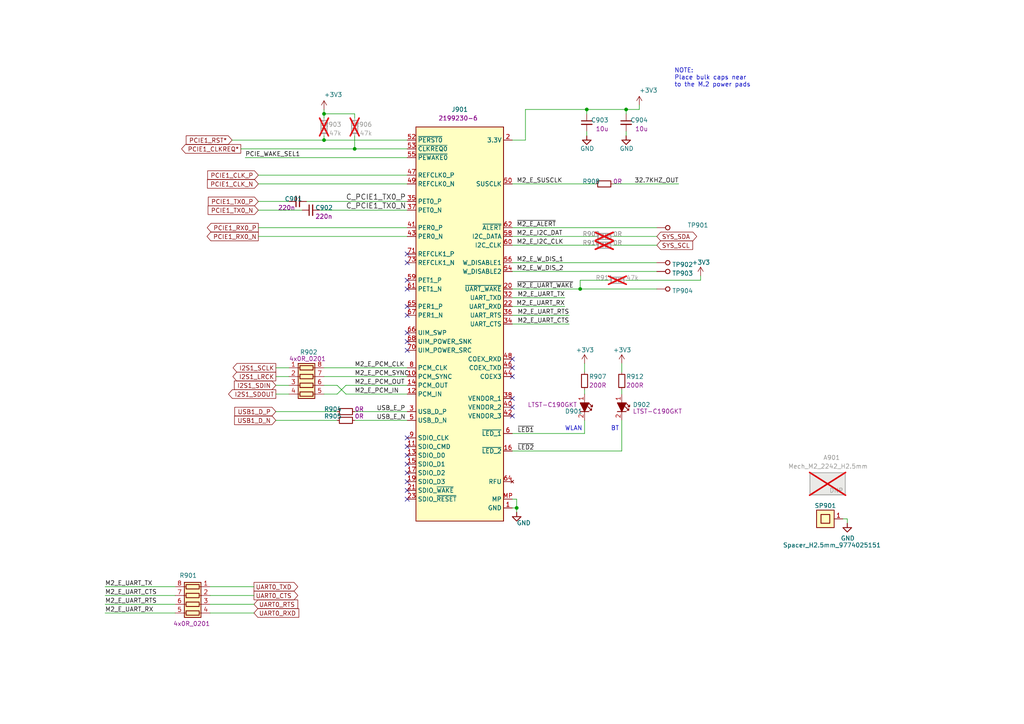
<source format=kicad_sch>
(kicad_sch (version 20231120) (generator "eeschema") (generator_version "8.0")
  (paper "A4")
  (lib_symbols
    (symbol "jetson-orin-baseboard:+3V3" (power) (pin_names (offset 0))
      (property "Value" "+3V3" (at 0 3.556 0))
      (symbol "+3V3_0_1"
        (polyline (pts (xy -0.762 1.27) (xy 0 2.54)))
        (polyline (pts (xy 0 0) (xy 0 2.54)))
        (polyline (pts (xy 0 2.54) (xy 0.762 1.27)))
      )
      (symbol "+3V3_1_1"
        (pin power_in line (at 0 0 90) (length 0) hide (name "+3V3") (number "1"))
      )
    )
    (symbol "jetson-orin-baseboard:Bus_M.2_2199230-6"
      (property "Reference" "A" (at 45.72 -1.27 0))
      (property "Value" "Bus_M.2_2199230-6" (at 45.72 -3.81 0))
      (symbol "Bus_M.2_2199230-6_1_1"
        (rectangle (start 2.54 3.81) (end 27.94 -110.49) (stroke (width 0.254)) (fill (type background)))
        (pin power_in line (at 30.48 -106.68 180) (length 2.54) (name "GND") (number "1"))
        (pin bidirectional line (at 0 -68.58 0) (length 2.54) (name "PCM_SYNC") (number "10"))
        (pin bidirectional line (at 0 -88.9 0) (length 2.54) (name "SDIO_CMD") (number "11"))
        (pin bidirectional line (at 0 -73.66 0) (length 2.54) (name "PCM_IN") (number "12"))
        (pin bidirectional line (at 0 -91.44 0) (length 2.54) (name "SDIO_D0") (number "13"))
        (pin bidirectional line (at 0 -71.12 0) (length 2.54) (name "PCM_OUT") (number "14"))
        (pin bidirectional line (at 0 -93.98 0) (length 2.54) (name "SDIO_D1") (number "15"))
        (pin output line (at 30.48 -90.17 180) (length 2.54) (name "~{LED_2}") (number "16"))
        (pin bidirectional line (at 0 -96.52 0) (length 2.54) (name "SDIO_D2") (number "17"))
        (pin passive line (at 30.48 -106.68 180) (length 2.54) hide (name "GND") (number "18"))
        (pin bidirectional line (at 0 -99.06 0) (length 2.54) (name "SDIO_D3") (number "19"))
        (pin power_in line (at 30.48 0 180) (length 2.54) (name "3.3V") (number "2"))
        (pin output line (at 30.48 -43.18 180) (length 2.54) (name "~{UART_WAKE}") (number "20"))
        (pin bidirectional line (at 0 -101.6 0) (length 2.54) (name "SDIO_~{WAKE}") (number "21"))
        (pin bidirectional line (at 30.48 -48.26 180) (length 2.54) (name "UART_RXD") (number "22"))
        (pin input line (at 0 -104.14 0) (length 2.54) (name "SDIO_~{RESET}") (number "23"))
        (pin bidirectional line (at 0 -78.74 0) (length 2.54) (name "USB_D_P") (number "3"))
        (pin bidirectional line (at 30.48 -45.72 180) (length 2.54) (name "UART_TXD") (number "32"))
        (pin passive line (at 30.48 -106.68 180) (length 2.54) hide (name "GND") (number "33"))
        (pin bidirectional line (at 30.48 -53.34 180) (length 2.54) (name "UART_CTS") (number "34"))
        (pin input line (at 0 -17.78 0) (length 2.54) (name "PET0_P") (number "35"))
        (pin bidirectional line (at 30.48 -50.8 180) (length 2.54) (name "UART_RTS") (number "36"))
        (pin input line (at 0 -20.32 0) (length 2.54) (name "PET0_N") (number "37"))
        (pin bidirectional line (at 30.48 -74.93 180) (length 2.54) (name "VENDOR_1") (number "38"))
        (pin passive line (at 30.48 -106.68 180) (length 2.54) hide (name "GND") (number "39"))
        (pin passive line (at 30.48 0 180) (length 2.54) hide (name "3.3V") (number "4"))
        (pin bidirectional line (at 30.48 -77.47 180) (length 2.54) (name "VENDOR_2") (number "40"))
        (pin output line (at 0 -25.4 0) (length 2.54) (name "PER0_P") (number "41"))
        (pin bidirectional line (at 30.48 -80.01 180) (length 2.54) (name "VENDOR_3") (number "42"))
        (pin output line (at 0 -27.94 0) (length 2.54) (name "PER0_N") (number "43"))
        (pin bidirectional line (at 30.48 -68.58 180) (length 2.54) (name "COEX3") (number "44"))
        (pin passive line (at 30.48 -106.68 180) (length 2.54) hide (name "GND") (number "45"))
        (pin bidirectional line (at 30.48 -66.04 180) (length 2.54) (name "COEX_TXD") (number "46"))
        (pin input line (at 0 -10.16 0) (length 2.54) (name "REFCLK0_P") (number "47"))
        (pin bidirectional line (at 30.48 -63.5 180) (length 2.54) (name "COEX_RXD") (number "48"))
        (pin input line (at 0 -12.7 0) (length 2.54) (name "REFCLK0_N") (number "49"))
        (pin bidirectional line (at 0 -81.28 0) (length 2.54) (name "USB_D_N") (number "5"))
        (pin input line (at 30.48 -12.7 180) (length 2.54) (name "SUSCLK") (number "50"))
        (pin passive line (at 30.48 -106.68 180) (length 2.54) hide (name "GND") (number "51"))
        (pin input line (at 0 0 0) (length 2.54) (name "~{PERST0}") (number "52"))
        (pin output line (at 0 -2.54 0) (length 2.54) (name "~{CLKREQ0}") (number "53"))
        (pin input line (at 30.48 -38.1 180) (length 2.54) (name "W_DISABLE2") (number "54"))
        (pin output line (at 0 -5.08 0) (length 2.54) (name "~{PEWAKE0}") (number "55"))
        (pin input line (at 30.48 -35.56 180) (length 2.54) (name "W_DISABLE1") (number "56"))
        (pin passive line (at 30.48 -106.68 180) (length 2.54) hide (name "GND") (number "57"))
        (pin bidirectional line (at 30.48 -27.94 180) (length 2.54) (name "I2C_DATA") (number "58"))
        (pin input line (at 0 -40.64 0) (length 2.54) (name "PET1_P") (number "59"))
        (pin output line (at 30.48 -85.09 180) (length 2.54) (name "~{LED_1}") (number "6"))
        (pin bidirectional line (at 30.48 -30.48 180) (length 2.54) (name "I2C_CLK") (number "60"))
        (pin input line (at 0 -43.18 0) (length 2.54) (name "PET1_N") (number "61"))
        (pin output line (at 30.48 -25.4 180) (length 2.54) (name "~{ALERT}") (number "62"))
        (pin passive line (at 30.48 -106.68 180) (length 2.54) hide (name "GND") (number "63"))
        (pin no_connect line (at 30.48 -99.06 180) (length 2.54) (name "RFU") (number "64"))
        (pin output line (at 0 -48.26 0) (length 2.54) (name "PER1_P") (number "65"))
        (pin bidirectional line (at 0 -55.88 0) (length 2.54) (name "UIM_SWP") (number "66"))
        (pin output line (at 0 -50.8 0) (length 2.54) (name "PER1_N") (number "67"))
        (pin bidirectional line (at 0 -58.42 0) (length 2.54) (name "UIM_POWER_SNK") (number "68"))
        (pin passive line (at 30.48 -106.68 180) (length 2.54) hide (name "GND") (number "69"))
        (pin passive line (at 30.48 -106.68 180) (length 2.54) hide (name "GND") (number "7"))
        (pin bidirectional line (at 0 -60.96 0) (length 2.54) (name "UIM_POWER_SRC") (number "70"))
        (pin input line (at 0 -33.02 0) (length 2.54) (name "REFCLK1_P") (number "71"))
        (pin passive line (at 30.48 0 180) (length 2.54) hide (name "3.3V") (number "72"))
        (pin input line (at 0 -35.56 0) (length 2.54) (name "REFCLK1_N") (number "73"))
        (pin passive line (at 30.48 0 180) (length 2.54) hide (name "3.3V") (number "74"))
        (pin passive line (at 30.48 -106.68 180) (length 2.54) hide (name "GND") (number "75"))
        (pin bidirectional line (at 0 -66.04 0) (length 2.54) (name "PCM_CLK") (number "8"))
        (pin input line (at 0 -86.36 0) (length 2.54) (name "SDIO_CLK") (number "9"))
        (pin passive line (at 30.48 -104.14 180) (length 2.54) (name "MP") (number "MP"))
      )
    )
    (symbol "jetson-orin-baseboard:C_10u_0603" (pin_numbers hide) (pin_names hide)
      (property "Reference" "C" (at 20.32 -5.08 0))
      (property "Val" "10u" (at 20.32 -7.62 0))
      (symbol "C_10u_0603_0_1"
        (polyline (pts (xy 2.032 -1.524) (xy 2.032 1.524)) (stroke (width 0.3048)))
        (polyline (pts (xy 3.048 -1.524) (xy 3.048 1.524)) (stroke (width 0.3302)))
      )
      (symbol "C_10u_0603_1_1"
        (pin passive line (at 0 0 0) (length 2.032) (name "~") (number "1"))
        (pin passive line (at 5.08 0 180) (length 2.032) (name "~") (number "2"))
      )
    )
    (symbol "jetson-orin-baseboard:C_220n_0402" (pin_numbers hide) (pin_names hide)
      (property "Reference" "C" (at 20.32 -5.08 0))
      (property "Val" "220n" (at 20.32 -7.62 0))
      (symbol "C_220n_0402_0_1"
        (polyline (pts (xy 2.032 -1.524) (xy 2.032 1.524)) (stroke (width 0.3048)))
        (polyline (pts (xy 3.048 -1.524) (xy 3.048 1.524)) (stroke (width 0.3302)))
      )
      (symbol "C_220n_0402_1_1"
        (pin passive line (at 0 0 0) (length 2.032) (name "~") (number "1"))
        (pin passive line (at 5.08 0 180) (length 2.032) (name "~") (number "2"))
      )
    )
    (symbol "jetson-orin-baseboard:GND" (power) (pin_numbers hide) (pin_names hide)
      (property "Reference" "#PWR" (at 8.89 -2.54 0))
      (symbol "GND_1_1"
        (polyline (pts (xy 0 0) (xy 0 -1.27) (xy 1.27 -1.27) (xy 0 -2.54) (xy -1.27 -1.27) (xy 0 -1.27)) (stroke (width 0.254)))
        (pin power_in line (at 0 0 270) (length 0) (name "GND") (number "1"))
      )
    )
    (symbol "jetson-orin-baseboard:LED_G_0603_LTST-C190GKT" (pin_names hide)
      (property "Reference" "D" (at 22.86 -5.08 0))
      (property "Value" "LED_G_0603_LTST-C190GKT" (at 22.86 -7.62 0))
      (symbol "LED_G_0603_LTST-C190GKT_1_1"
        (polyline (pts (xy 5.08 1.27) (xy 5.08 -1.27)) (stroke (width 0.254)))
        (polyline (pts (xy 2.54 1.27) (xy 2.54 -1.27) (xy 5.08 0) (xy 2.54 1.27)) (stroke (width 0.254)) (fill (type outline)))
        (polyline (pts (xy 3.683 2.286) (xy 3.683 1.778) (xy 3.683 2.286) (xy 3.175 2.286) (xy 3.683 2.286) (xy 2.794 1.397)) (stroke (width 0.254)))
        (polyline (pts (xy 4.699 2.032) (xy 4.699 1.524) (xy 4.699 2.032) (xy 4.191 2.032) (xy 4.699 2.032) (xy 3.683 1.016)) (stroke (width 0.254)))
        (pin passive line (at 0 0 0) (length 2.54) (name "1") (number "1"))
        (pin passive line (at 7.62 0 180) (length 2.54) (name "2") (number "2"))
      )
    )
    (symbol "jetson-orin-baseboard:Mech_M2_2242_H2.5mm"
      (property "Reference" "A" (at 25.4 0 0))
      (property "Value" "Mech_M2_2242_H2.5mm" (at 25.4 -2.54 0))
      (symbol "Mech_M2_2242_H2.5mm_1_1"
        (rectangle (start 10.16 -6.35) (end 0 0) (stroke (width 0.254)) (fill (type background)))
      )
    )
    (symbol "jetson-orin-baseboard:R_0R_0402" (pin_numbers hide) (pin_names hide)
      (property "Reference" "R" (at 20.32 -5.08 0))
      (property "Val" "0R" (at 20.32 -7.62 0))
      (property "Current" "1A" (at 20.32 -30.48 0))
      (symbol "R_0R_0402_0_1"
        (rectangle (start 0.635 0.889) (end 4.445 -0.889) (stroke (width 0.254)))
      )
      (symbol "R_0R_0402_1_1"
        (pin passive line (at 0 0 0) (length 0.635) (name "~") (number "1"))
        (pin passive line (at 5.08 0 180) (length 0.635) (name "~") (number "2"))
      )
    )
    (symbol "jetson-orin-baseboard:R_200R_0402" (pin_numbers hide) (pin_names hide)
      (property "Reference" "R" (at 20.32 -5.08 0))
      (property "Val" "200R" (at 20.32 -7.62 0))
      (symbol "R_200R_0402_0_1"
        (rectangle (start 0.635 0.889) (end 4.445 -0.889) (stroke (width 0.254)))
      )
      (symbol "R_200R_0402_1_1"
        (pin passive line (at 0 0 0) (length 0.635) (name "~") (number "1"))
        (pin passive line (at 5.08 0 180) (length 0.635) (name "~") (number "2"))
      )
    )
    (symbol "jetson-orin-baseboard:R_47k_0402" (pin_numbers hide) (pin_names hide)
      (property "Reference" "R" (at 20.32 -5.08 0))
      (property "Val" "47k" (at 20.32 -7.62 0))
      (symbol "R_47k_0402_0_1"
        (rectangle (start 0.635 0.889) (end 4.445 -0.889) (stroke (width 0.254)))
      )
      (symbol "R_47k_0402_1_1"
        (pin passive line (at 0 0 0) (length 0.635) (name "~") (number "1"))
        (pin passive line (at 5.08 0 180) (length 0.635) (name "~") (number "2"))
      )
    )
    (symbol "jetson-orin-baseboard:R_4x0R_0201_array" (pin_names hide)
      (property "Reference" "R" (at 26.67 -5.08 0))
      (property "Val" "4x0R_0201" (at 26.67 -10.16 0))
      (symbol "R_4x0R_0201_array_0_1"
        (polyline (pts (xy 2.54 -7.62) (xy 3.175 -7.62)))
        (polyline (pts (xy 2.54 -5.08) (xy 3.175 -5.08)))
        (polyline (pts (xy 2.54 -2.54) (xy 3.175 -2.54)))
        (polyline (pts (xy 2.54 0) (xy 3.175 0)))
        (polyline (pts (xy 6.985 -7.62) (xy 7.62 -7.62)))
        (polyline (pts (xy 6.985 -5.08) (xy 7.62 -5.08)))
        (polyline (pts (xy 6.985 -2.54) (xy 7.62 -2.54)))
        (polyline (pts (xy 6.985 0) (xy 7.62 0)))
        (rectangle (start 2.667 1.27) (end 7.493 -8.89) (stroke (width 0.254)) (fill (type background)))
        (rectangle (start 6.985 -6.985) (end 3.175 -8.255) (stroke (width 0.254)))
        (rectangle (start 6.985 -4.445) (end 3.175 -5.715) (stroke (width 0.254)))
        (rectangle (start 6.985 -1.905) (end 3.175 -3.175) (stroke (width 0.254)))
        (rectangle (start 6.985 0.635) (end 3.175 -0.635) (stroke (width 0.254)))
      )
      (symbol "R_4x0R_0201_array_1_1"
        (pin passive line (at 0 0 0) (length 2.54) (name "R1.1") (number "1"))
        (pin passive line (at 0 -2.54 0) (length 2.54) (name "R2.1") (number "2"))
        (pin passive line (at 0 -5.08 0) (length 2.54) (name "R3.1") (number "3"))
        (pin passive line (at 0 -7.62 0) (length 2.54) (name "R4.1") (number "4"))
        (pin passive line (at 10.16 -7.62 180) (length 2.54) (name "R4.2") (number "5"))
        (pin passive line (at 10.16 -5.08 180) (length 2.54) (name "R3.2") (number "6"))
        (pin passive line (at 10.16 -2.54 180) (length 2.54) (name "R2.2") (number "7"))
        (pin passive line (at 10.16 0 180) (length 2.54) (name "R1.2") (number "8"))
      )
    )
    (symbol "jetson-orin-baseboard:Spacer_Drill3.7mm_H2.5mm_9774025151R"
      (property "Reference" "H" (at 22.86 -2.54 0))
      (property "Value" "Spacer_H2.5mm_9774025151" (at 22.86 -5.08 0))
      (symbol "Spacer_Drill3.7mm_H2.5mm_9774025151R_1_1"
        (rectangle (start 2.54 -2.54) (end 7.62 2.54) (stroke (width 0.254)) (fill (type background)))
        (rectangle (start 3.81 -1.27) (end 6.35 1.27) (stroke (width 0.254)) (fill (type background)))
        (pin passive line (at 0 0 0) (length 2.54) (name "~") (number "1"))
      )
    )
    (symbol "jetson-orin-baseboard:TP_0.75mm_SMD" (pin_numbers hide) (pin_names hide)
      (property "Reference" "TP" (at 17.78 -5.08 0))
      (symbol "TP_0.75mm_SMD_1_1"
        (circle (center 3.175 0) (radius 0.635) (stroke (width 0.254)))
        (pin passive line (at 0 0 0) (length 2.54) (name "1") (number "1"))
      )
    )
  )
  (junction (at 102.87 43.18))
  (junction (at 93.98 40.64))
  (junction (at 170.18 31.75))
  (junction (at 181.61 31.75))
  (junction (at 149.86 147.32))
  (junction (at 93.98 33.02))
  (junction (at 168.275 83.82))
  (no_connect (at 118.11 137.16))
  (no_connect (at 118.11 129.54))
  (no_connect (at 118.11 142.24))
  (no_connect (at 118.11 96.52))
  (no_connect (at 118.11 99.06))
  (no_connect (at 118.11 127))
  (no_connect (at 118.11 83.82))
  (no_connect (at 118.11 144.78))
  (no_connect (at 118.11 134.62))
  (no_connect (at 148.59 120.65))
  (no_connect (at 118.11 132.08))
  (no_connect (at 148.59 106.68))
  (no_connect (at 118.11 76.2))
  (no_connect (at 118.11 88.9))
  (no_connect (at 118.11 73.66))
  (no_connect (at 148.59 115.57))
  (no_connect (at 118.11 139.7))
  (no_connect (at 118.11 101.6))
  (no_connect (at 118.11 91.44))
  (no_connect (at 148.59 104.14))
  (no_connect (at 148.59 118.11))
  (no_connect (at 118.11 81.28))
  (no_connect (at 148.59 109.22))
  (wire (pts (xy 88.9 58.42) (xy 118.11 58.42)))
  (wire (pts (xy 181.61 38.1) (xy 181.61 39.37)))
  (wire (pts (xy 102.87 39.37) (xy 102.87 43.18)))
  (wire (pts (xy 169.545 105.41) (xy 169.545 107.95)))
  (wire (pts (xy 148.59 78.74) (xy 190.5 78.74)))
  (wire (pts (xy 74.93 58.42) (xy 83.82 58.42)))
  (wire (pts (xy 170.18 31.75) (xy 170.18 33.02)))
  (wire (pts (xy 168.275 81.28) (xy 176.53 81.28)))
  (wire (pts (xy 148.59 86.36) (xy 163.83 86.36)))
  (wire (pts (xy 60.96 170.18) (xy 73.66 170.18)))
  (wire (pts (xy 244.475 150.495) (xy 245.745 150.495)))
  (wire (pts (xy 118.11 66.04) (xy 74.93 66.04)))
  (wire (pts (xy 80.01 114.3) (xy 83.82 114.3)))
  (wire (pts (xy 152.4 31.75) (xy 152.4 40.64)))
  (wire (pts (xy 203.2 80.01) (xy 203.2 81.28)))
  (wire (pts (xy 118.11 53.34) (xy 74.93 53.34)))
  (wire (pts (xy 148.59 68.58) (xy 172.72 68.58)))
  (wire (pts (xy 181.61 31.75) (xy 181.61 33.02)))
  (wire (pts (xy 93.98 40.64) (xy 118.11 40.64)))
  (wire (pts (xy 180.34 121.92) (xy 180.34 130.81)))
  (wire (pts (xy 177.8 71.12) (xy 190.5 71.12)))
  (wire (pts (xy 69.85 43.18) (xy 102.87 43.18)))
  (wire (pts (xy 80.01 109.22) (xy 83.82 109.22)))
  (wire (pts (xy 80.01 106.68) (xy 83.82 106.68)))
  (wire (pts (xy 177.8 53.34) (xy 196.85 53.34)))
  (wire (pts (xy 180.34 130.81) (xy 148.59 130.81)))
  (wire (pts (xy 180.34 113.03) (xy 180.34 114.3)))
  (wire (pts (xy 30.48 175.26) (xy 50.8 175.26)))
  (wire (pts (xy 180.34 105.41) (xy 180.34 107.95)))
  (wire (pts (xy 93.98 106.68) (xy 118.11 106.68)))
  (wire (pts (xy 149.86 144.78) (xy 149.86 147.32)))
  (wire (pts (xy 93.98 111.76) (xy 97.79 111.76)))
  (wire (pts (xy 67.31 40.64) (xy 93.98 40.64)))
  (wire (pts (xy 148.59 91.44) (xy 165.1 91.44)))
  (wire (pts (xy 30.48 170.18) (xy 50.8 170.18)))
  (wire (pts (xy 185.42 30.48) (xy 185.42 31.75)))
  (wire (pts (xy 102.87 33.02) (xy 93.98 33.02)))
  (wire (pts (xy 148.59 53.34) (xy 172.72 53.34)))
  (wire (pts (xy 118.11 111.76) (xy 100.33 111.76)))
  (wire (pts (xy 118.11 68.58) (xy 74.93 68.58)))
  (wire (pts (xy 60.96 175.26) (xy 73.66 175.26)))
  (wire (pts (xy 100.33 114.3) (xy 118.11 114.3)))
  (wire (pts (xy 148.59 76.2) (xy 190.5 76.2)))
  (wire (pts (xy 170.18 38.1) (xy 170.18 39.37)))
  (wire (pts (xy 93.98 114.3) (xy 97.79 114.3)))
  (wire (pts (xy 181.61 81.28) (xy 203.2 81.28)))
  (wire (pts (xy 169.545 125.73) (xy 169.545 121.92)))
  (wire (pts (xy 102.87 121.92) (xy 118.11 121.92)))
  (wire (pts (xy 148.59 40.64) (xy 152.4 40.64)))
  (wire (pts (xy 60.96 172.72) (xy 73.66 172.72)))
  (wire (pts (xy 118.11 50.8) (xy 74.93 50.8)))
  (wire (pts (xy 177.8 68.58) (xy 190.5 68.58)))
  (wire (pts (xy 80.01 121.92) (xy 97.79 121.92)))
  (wire (pts (xy 100.33 111.76) (xy 97.79 114.3)))
  (wire (pts (xy 30.48 172.72) (xy 50.8 172.72)))
  (wire (pts (xy 181.61 31.75) (xy 170.18 31.75)))
  (wire (pts (xy 102.87 43.18) (xy 118.11 43.18)))
  (wire (pts (xy 102.87 33.02) (xy 102.87 34.29)))
  (wire (pts (xy 149.86 148.59) (xy 149.86 147.32)))
  (wire (pts (xy 148.59 71.12) (xy 172.72 71.12)))
  (wire (pts (xy 118.11 60.96) (xy 92.71 60.96)))
  (wire (pts (xy 152.4 31.75) (xy 170.18 31.75)))
  (wire (pts (xy 181.61 31.75) (xy 185.42 31.75)))
  (wire (pts (xy 93.98 109.22) (xy 118.11 109.22)))
  (wire (pts (xy 93.98 39.37) (xy 93.98 40.64)))
  (wire (pts (xy 168.275 81.28) (xy 168.275 83.82)))
  (wire (pts (xy 245.745 150.495) (xy 245.745 151.765)))
  (wire (pts (xy 148.59 144.78) (xy 149.86 144.78)))
  (wire (pts (xy 148.59 93.98) (xy 165.1 93.98)))
  (wire (pts (xy 30.48 177.8) (xy 50.8 177.8)))
  (wire (pts (xy 80.01 111.76) (xy 83.82 111.76)))
  (wire (pts (xy 149.86 147.32) (xy 148.59 147.32)))
  (wire (pts (xy 169.545 113.03) (xy 169.545 114.3)))
  (wire (pts (xy 148.59 83.82) (xy 168.275 83.82)))
  (wire (pts (xy 168.275 83.82) (xy 190.5 83.82)))
  (wire (pts (xy 93.98 33.02) (xy 93.98 34.29)))
  (wire (pts (xy 60.96 177.8) (xy 73.66 177.8)))
  (wire (pts (xy 74.93 60.96) (xy 87.63 60.96)))
  (wire (pts (xy 148.59 125.73) (xy 169.545 125.73)))
  (wire (pts (xy 97.79 111.76) (xy 100.33 114.3)))
  (wire (pts (xy 148.59 66.04) (xy 190.5 66.04)))
  (wire (pts (xy 102.87 119.38) (xy 118.11 119.38)))
  (wire (pts (xy 80.01 119.38) (xy 97.79 119.38)))
  (wire (pts (xy 71.12 45.72) (xy 118.11 45.72)))
  (wire (pts (xy 148.59 88.9) (xy 163.83 88.9)))
  (wire (pts (xy 93.98 31.75) (xy 93.98 33.02)))
  (text "BT" (at 177.165 125.095 0) (effects (font (size 1.27 1.27)) (justify left bottom)))
  (text "NOTE:\nPlace bulk caps near \nto the M.2 power pads" (at 195.58 25.4 0) (effects (font (size 1.27 1.27)) (justify left bottom)))
  (text "WLAN\n" (at 163.83 125.095 0) (effects (font (size 1.27 1.27)) (justify left bottom)))
  (label "~{M2_E_ALERT}" (at 149.86 66.04 0))
  (label "M2_E_UART_CTS" (at 165.1 93.98 180))
  (label "M2_E_SUSCLK" (at 149.86 53.34 0))
  (label "32.7KHZ_OUT" (at 196.85 53.34 180))
  (label "~{LED1}" (at 154.94 125.73 180))
  (label "M2_E_UART_RTS" (at 30.48 175.26 0))
  (label "M2_E_UART_RX" (at 30.48 177.8 0))
  (label "M2_E_UART_CTS" (at 30.48 172.72 0))
  (label "M2_E_PCM_CLK" (at 102.87 106.68 0))
  (label "M2_E_UART_RTS" (at 165.1 91.44 180))
  (label "M2_E_W_DIS_1" (at 149.86 76.2 0))
  (label "~{LED2}" (at 154.94 130.81 180))
  (label "C_PCIE1_TX0_N" (at 100.33 60.96 0) (effects (font (size 1.524 1.524))))
  (label "M2_E_UART_TX" (at 30.48 170.18 0))
  (label "USB_E_P" (at 109.22 119.38 0))
  (label "M2_E_PCM_IN" (at 102.87 114.3 0))
  (label "M2_E_PCM_OUT" (at 102.87 111.76 0))
  (label "~{M2_E_UART_WAKE}" (at 149.86 83.82 0))
  (label "M2_E_W_DIS_2" (at 149.86 78.74 0))
  (label "PCIE_WAKE_SEL1" (at 71.12 45.72 0))
  (label "USB_E_N" (at 109.22 121.92 0))
  (label "M2_E_PCM_SYNC" (at 102.87 109.22 0))
  (label "C_PCIE1_TX0_P" (at 100.33 58.42 0) (effects (font (size 1.524 1.524))))
  (label "M2_E_UART_RX" (at 163.83 88.9 180))
  (label "M2_E_I2C_DAT" (at 149.86 68.58 0))
  (label "M2_E_UART_TX" (at 163.83 86.36 180))
  (label "M2_E_I2C_CLK" (at 149.86 71.12 0))
  (global_label "UART0_RXD" (shape input) (at 73.66 177.8 0) (property "Intersheetrefs" "${INTERSHEET_REFS}" (effects (hide yes))))
  (global_label "PCIE1_RX0_N" (shape output) (at 74.93 68.58 180) (property "Intersheetrefs" "${INTERSHEET_REFS}" (effects (hide yes))))
  (global_label "PCIE1_RST*" (shape input) (at 67.31 40.64 180) (property "Intersheetrefs" "${INTERSHEET_REFS}" (effects (hide yes))))
  (global_label "PCIE1_TX0_P" (shape input) (at 74.93 58.42 180) (property "Intersheetrefs" "${INTERSHEET_REFS}" (effects (hide yes))))
  (global_label "I2S1_SCLK" (shape output) (at 80.01 106.68 180) (property "Intersheetrefs" "${INTERSHEET_REFS}" (effects (hide yes))))
  (global_label "I2S1_SDIN" (shape input) (at 80.01 111.76 180) (property "Intersheetrefs" "${INTERSHEET_REFS}" (effects (hide yes))))
  (global_label "I2S1_SDOUT" (shape output) (at 80.01 114.3 180) (property "Intersheetrefs" "${INTERSHEET_REFS}" (effects (hide yes))))
  (global_label "USB1_D_N" (shape input) (at 80.01 121.92 180) (property "Intersheetrefs" "${INTERSHEET_REFS}" (effects (hide yes))))
  (global_label "PCIE1_CLKREQ*" (shape output) (at 69.85 43.18 180) (property "Intersheetrefs" "${INTERSHEET_REFS}" (effects (hide yes))))
  (global_label "PCIE1_TX0_N" (shape input) (at 74.93 60.96 180) (property "Intersheetrefs" "${INTERSHEET_REFS}" (effects (hide yes))))
  (global_label "SYS_SDA" (shape bidirectional) (at 190.5 68.58 0) (property "Intersheetrefs" "${INTERSHEET_REFS}" (effects (hide yes))))
  (global_label "UART0_CTS" (shape output) (at 73.66 172.72 0) (property "Intersheetrefs" "${INTERSHEET_REFS}" (effects (hide yes))))
  (global_label "SYS_SCL" (shape input) (at 190.5 71.12 0) (property "Intersheetrefs" "${INTERSHEET_REFS}" (effects (hide yes))))
  (global_label "PCIE1_CLK_P" (shape input) (at 74.93 50.8 180) (property "Intersheetrefs" "${INTERSHEET_REFS}" (effects (hide yes))))
  (global_label "UART0_RTS" (shape input) (at 73.66 175.26 0) (property "Intersheetrefs" "${INTERSHEET_REFS}" (effects (hide yes))))
  (global_label "UART0_TXD" (shape output) (at 73.66 170.18 0) (property "Intersheetrefs" "${INTERSHEET_REFS}" (effects (hide yes))))
  (global_label "I2S1_LRCK" (shape output) (at 80.01 109.22 180) (property "Intersheetrefs" "${INTERSHEET_REFS}" (effects (hide yes))))
  (global_label "PCIE1_CLK_N" (shape input) (at 74.93 53.34 180) (property "Intersheetrefs" "${INTERSHEET_REFS}" (effects (hide yes))))
  (global_label "PCIE1_RX0_P" (shape output) (at 74.93 66.04 180) (property "Intersheetrefs" "${INTERSHEET_REFS}" (effects (hide yes))))
  (global_label "USB1_D_P" (shape input) (at 80.01 119.38 180) (property "Intersheetrefs" "${INTERSHEET_REFS}" (effects (hide yes))))
  (symbol (lib_id "jetson-orin-baseboard:+3V3") (at 203.2 80.01 0) (unit 1)
    (property "Reference" "#PWR0908" (effects (hide yes)))
    (property "Value" "+3V3" (at 200.66 76.835 0) (effects (justify left bottom)))
  )
  (symbol (lib_id "jetson-orin-baseboard:C_10u_0603") (at 181.61 33.02 90) (mirror x) (unit 1)
    (property "Reference" "C904" (at 187.96 35.56 90) (effects (justify left bottom)))
    (property "Value" "20uF" (effects (hide yes)))
    (property "Footprint" "Capacitor_SMD:C_0603_1608Metric" (effects (hide yes)))
    (property "Datasheet" " " (effects (hide yes)))
    (property "Manufacturer" "Murata" (effects (hide yes)))
    (property "MPN" "GRM188R61A106KE69D" (effects (hide yes)))
    (property "Val" "10u" (at 187.96 38.1 90) (effects (justify left bottom)))
    (property "License" "Apache-2.0" (effects (hide yes)))
    (property "Author" "Antmicro" (effects (hide yes)))
  )
  (symbol (lib_id "jetson-orin-baseboard:R_0R_0402") (at 97.79 119.38 0) (unit 1)
    (property "Reference" "R904" (at 93.98 119.38 0) (effects (justify left bottom)))
    (property "Value" "0R" (effects (hide yes)))
    (property "Footprint" "Resistor_SMD:R_0603_1608Metric" (effects (hide yes)))
    (property "Datasheet" "https://industrial.panasonic.com/cdbs/www-data/pdf/RDA0000/AOA0000C301.pdf" (effects (hide yes)))
    (property "Manufacturer" "Panasonic" (effects (hide yes)))
    (property "MPN" "ERJ2GE0R00X" (effects (hide yes)))
    (property "Val" "0R" (at 102.87 119.38 0) (effects (justify left bottom)))
    (property "License" "Apache-2.0" (effects (hide yes)))
    (property "Author" "Antmicro" (effects (hide yes)))
    (property "Current" "1A" (effects (hide yes)))
  )
  (symbol (lib_id "jetson-orin-baseboard:R_4x0R_0201_array") (at 83.82 106.68 0) (unit 1)
    (property "Reference" "R902" (at 86.995 102.87 0) (effects (justify left bottom)))
    (property "Value" "R_4x0R_0201_array" (effects (hide yes)))
    (property "Footprint" "jetson-orin-baseboard-footprints:R_Array_4x0201_Panasonic_EXB18V" (effects (hide yes)))
    (property "Datasheet" "http://industrial.panasonic.com/cdbs/www-data/pdf/AOC0000/AOC0000C14.pdf" (effects (hide yes)))
    (property "MPN" "EXB-18VR000X" (effects (hide yes)))
    (property "Manufacturer" "Panasonic" (effects (hide yes)))
    (property "Val" "4x0R_0201" (at 83.82 104.775 0) (effects (justify left bottom)))
    (property "Author" "Antmicro" (effects (hide yes)))
    (property "License" "Apache-2.0" (effects (hide yes)))
  )
  (symbol (lib_id "jetson-orin-baseboard:LED_G_0603_LTST-C190GKT") (at 180.34 114.3 270) (unit 1)
    (property "Reference" "D902" (at 183.515 118.11 90) (effects (justify left bottom)))
    (property "Value" "LED_G_0603_LTST-C190GKT" (effects (hide yes)))
    (property "Footprint" "jetson-orin-baseboard-footprints:LED_0603_1608Metric_G" (effects (hide yes)))
    (property "Datasheet" "https://media.digikey.com/pdf/Data%20Sheets/Lite-On%20PDFs/LTST-C190GKT.pdf" (effects (hide yes)))
    (property "MPN" "LTST-C190GKT" (at 183.515 120.015 90) (effects (justify left bottom)))
    (property "Manufacturer" "Lite-On Inc." (effects (hide yes)))
    (property "Author" "Antmicro" (effects (hide yes)))
    (property "License" "Apache-2.0" (effects (hide yes)))
  )
  (symbol (lib_id "jetson-orin-baseboard:R_0R_0402") (at 172.72 68.58 0) (unit 1) (in_bom no) (dnp yes)
    (property "Reference" "R909" (at 168.91 68.58 0) (effects (justify left bottom)))
    (property "Value" "0R" (effects (hide yes)))
    (property "Footprint" "Resistor_SMD:R_0603_1608Metric" (effects (hide yes)))
    (property "Datasheet" "https://industrial.panasonic.com/cdbs/www-data/pdf/RDA0000/AOA0000C301.pdf" (effects (hide yes)))
    (property "Manufacturer" "Panasonic" (effects (hide yes)))
    (property "MPN" "ERJ2GE0R00X" (effects (hide yes)))
    (property "Val" "0R" (at 177.8 68.58 0) (effects (justify left bottom)))
    (property "License" "Apache-2.0" (effects (hide yes)))
    (property "Author" "Antmicro" (effects (hide yes)))
    (property "Current" "1A" (effects (hide yes)))
    (property "DNP" "DNP" (at 175.26 68.58 0))
  )
  (symbol (lib_id "jetson-orin-baseboard:R_4x0R_0201_array") (at 60.96 170.18 0) (mirror y) (unit 1)
    (property "Reference" "R901" (at 57.15 167.64 0) (effects (justify left bottom)))
    (property "Value" "R_4x0R_0201_array" (effects (hide yes)))
    (property "Footprint" "jetson-orin-baseboard-footprints:R_Array_4x0201_Panasonic_EXB18V" (effects (hide yes)))
    (property "Datasheet" "http://industrial.panasonic.com/cdbs/www-data/pdf/AOC0000/AOC0000C14.pdf" (effects (hide yes)))
    (property "MPN" "EXB-18VR000X" (effects (hide yes)))
    (property "Manufacturer" "Panasonic" (effects (hide yes)))
    (property "Val" "4x0R_0201" (at 60.96 181.61 0) (effects (justify left bottom)))
    (property "Author" "Antmicro" (effects (hide yes)))
    (property "License" "Apache-2.0" (effects (hide yes)))
  )
  (symbol (lib_id "jetson-orin-baseboard:C_10u_0603") (at 170.18 33.02 90) (mirror x) (unit 1)
    (property "Reference" "C903" (at 176.53 35.56 90) (effects (justify left bottom)))
    (property "Value" "20uF" (effects (hide yes)))
    (property "Footprint" "Capacitor_SMD:C_0603_1608Metric" (effects (hide yes)))
    (property "Datasheet" " " (effects (hide yes)))
    (property "Manufacturer" "Murata" (effects (hide yes)))
    (property "MPN" "GRM188R61A106KE69D" (effects (hide yes)))
    (property "Val" "10u" (at 176.53 38.1 90) (effects (justify left bottom)))
    (property "License" "Apache-2.0" (effects (hide yes)))
    (property "Author" "Antmicro" (effects (hide yes)))
  )
  (symbol (lib_id "jetson-orin-baseboard:R_0R_0402") (at 172.72 53.34 0) (unit 1)
    (property "Reference" "R908" (at 168.91 53.34 0) (effects (justify left bottom)))
    (property "Value" "0R" (effects (hide yes)))
    (property "Footprint" "Resistor_SMD:R_0603_1608Metric" (effects (hide yes)))
    (property "Datasheet" "https://industrial.panasonic.com/cdbs/www-data/pdf/RDA0000/AOA0000C301.pdf" (effects (hide yes)))
    (property "Manufacturer" "Panasonic" (effects (hide yes)))
    (property "MPN" "ERJ2GE0R00X" (effects (hide yes)))
    (property "Val" "0R" (at 177.8 53.34 0) (effects (justify left bottom)))
    (property "License" "Apache-2.0" (effects (hide yes)))
    (property "Author" "Antmicro" (effects (hide yes)))
    (property "Current" "1A" (effects (hide yes)))
  )
  (symbol (lib_id "jetson-orin-baseboard:R_0R_0402") (at 97.79 121.92 0) (mirror x) (unit 1)
    (property "Reference" "R905" (at 93.98 120.015 0) (effects (justify left bottom)))
    (property "Value" "0R" (effects (hide yes)))
    (property "Footprint" "Resistor_SMD:R_0603_1608Metric" (effects (hide yes)))
    (property "Datasheet" "https://industrial.panasonic.com/cdbs/www-data/pdf/RDA0000/AOA0000C301.pdf" (effects (hide yes)))
    (property "Manufacturer" "Panasonic" (effects (hide yes)))
    (property "MPN" "ERJ2GE0R00X" (effects (hide yes)))
    (property "Val" "0R" (at 102.87 120.015 0) (effects (justify left bottom)))
    (property "License" "Apache-2.0" (effects (hide yes)))
    (property "Author" "Antmicro" (effects (hide yes)))
    (property "Current" "1A" (effects (hide yes)))
  )
  (symbol (lib_id "jetson-orin-baseboard:R_47k_0402") (at 176.53 81.28 0) (unit 1) (in_bom no) (dnp yes)
    (property "Reference" "R911" (at 172.72 81.28 0) (effects (justify left bottom)))
    (property "Value" "47K" (effects (hide yes)))
    (property "Footprint" "Resistor_SMD:R_0603_1608Metric" (effects (hide yes)))
    (property "Datasheet" "https://www.bourns.com/docs/product-datasheets/cr.pdf" (effects (hide yes)))
    (property "Manufacturer" "Bourns" (effects (hide yes)))
    (property "MPN" "CR0402-FX-4702GLF" (effects (hide yes)))
    (property "Val" "47k" (at 181.61 81.28 0) (effects (justify left bottom)))
    (property "License" "Apache-2.0" (effects (hide yes)))
    (property "Author" "Antmicro" (effects (hide yes)))
    (property "Tolerance" "1%" (effects (hide yes)))
    (property "DNP" "DNP" (at 179.07 81.28 0))
  )
  (symbol (lib_id "jetson-orin-baseboard:TP_0.75mm_SMD") (at 190.5 78.74 0) (unit 1)
    (property "Reference" "TP903" (at 194.945 80.01 0) (effects (justify left bottom)))
    (property "Value" "TP_0.75mm_SMD" (effects (hide yes)))
    (property "Footprint" "TestPoint:TestPoint_Pad_D1.0mm" (effects (hide yes)))
    (property "Author" "Antmicro" (effects (hide yes)))
    (property "License" "Apache-2.0" (effects (hide yes)))
  )
  (symbol (lib_id "jetson-orin-baseboard:R_200R_0402") (at 169.545 113.03 90) (unit 1)
    (property "Reference" "R907" (at 170.815 109.22 90) (effects (justify right)))
    (property "Value" "200R" (effects (hide yes)))
    (property "Footprint" "Resistor_SMD:R_0603_1608Metric" (effects (hide yes)))
    (property "Datasheet" "https://www.bourns.com/docs/product-datasheets/cr.pdf" (effects (hide yes)))
    (property "Manufacturer" "Bourns" (effects (hide yes)))
    (property "MPN" "CR0402-FX-2000GLF" (effects (hide yes)))
    (property "Val" "200R" (at 170.815 111.76 90) (effects (justify right)))
    (property "License" "Apache-2.0" (effects (hide yes)))
    (property "Author" "Antmicro" (effects (hide yes)))
    (property "Tolerance" "1%" (effects (hide yes)))
  )
  (symbol (lib_id "jetson-orin-baseboard:R_47k_0402") (at 102.87 34.29 90) (mirror x) (unit 1) (in_bom no) (dnp yes)
    (property "Reference" "R906" (at 107.95 36.83 90) (effects (justify left bottom)))
    (property "Value" "47K" (effects (hide yes)))
    (property "Footprint" "Resistor_SMD:R_0603_1608Metric" (effects (hide yes)))
    (property "Datasheet" "https://www.bourns.com/docs/product-datasheets/cr.pdf" (effects (hide yes)))
    (property "Manufacturer" "Bourns" (effects (hide yes)))
    (property "MPN" "CR0402-FX-4702GLF" (effects (hide yes)))
    (property "Val" "47k" (at 107.95 39.37 90) (effects (justify left bottom)))
    (property "License" "Apache-2.0" (effects (hide yes)))
    (property "Author" "Antmicro" (effects (hide yes)))
    (property "Tolerance" "1%" (effects (hide yes)))
    (property "DNP" "DNP" (at 102.87 36.83 0))
  )
  (symbol (lib_id "jetson-orin-baseboard:TP_0.75mm_SMD") (at 190.5 83.82 0) (unit 1)
    (property "Reference" "TP904" (at 194.945 85.09 0) (effects (justify left bottom)))
    (property "Value" "TP_0.75mm_SMD" (effects (hide yes)))
    (property "Footprint" "TestPoint:TestPoint_Pad_D1.0mm" (effects (hide yes)))
    (property "Author" "Antmicro" (effects (hide yes)))
    (property "License" "Apache-2.0" (effects (hide yes)))
  )
  (symbol (lib_id "jetson-orin-baseboard:C_220n_0402") (at 83.82 58.42 0) (unit 1)
    (property "Reference" "C901" (at 82.55 58.42 0) (effects (justify left bottom)))
    (property "Value" "220nF" (effects (hide yes)))
    (property "Footprint" "Capacitor_SMD:C_0603_1608Metric" (effects (hide yes)))
    (property "Datasheet" " " (effects (hide yes)))
    (property "Manufacturer" "Yaego" (effects (hide yes)))
    (property "MPN" "CC0402KRX5R6BB224" (effects (hide yes)))
    (property "Val" "220n" (at 80.645 60.96 0) (effects (justify left bottom)))
    (property "License" "Apache-2.0" (effects (hide yes)))
    (property "Author" "Antmicro" (effects (hide yes)))
  )
  (symbol (lib_id "jetson-orin-baseboard:GND") (at 245.745 151.765 0) (unit 1)
    (property "Reference" "#PWR0909" (effects (hide yes)))
    (property "Value" "GND" (at 243.84 156.845 0) (effects (justify left bottom)))
    (property "Author" "Antmicro" (effects (hide yes)))
    (property "License" "Apache-2.0" (effects (hide yes)))
  )
  (symbol (lib_id "jetson-orin-baseboard:LED_G_0603_LTST-C190GKT") (at 169.545 114.3 270) (unit 1)
    (property "Reference" "D901" (at 163.83 120.015 90) (effects (justify left bottom)))
    (property "Value" "LED_G_0603_LTST-C190GKT" (effects (hide yes)))
    (property "Footprint" "jetson-orin-baseboard-footprints:LED_0603_1608Metric_G" (effects (hide yes)))
    (property "Datasheet" "https://media.digikey.com/pdf/Data%20Sheets/Lite-On%20PDFs/LTST-C190GKT.pdf" (effects (hide yes)))
    (property "MPN" "LTST-C190GKT" (at 153.035 118.11 90) (effects (justify left bottom)))
    (property "Manufacturer" "Lite-On Inc." (effects (hide yes)))
    (property "Author" "Antmicro" (effects (hide yes)))
    (property "License" "Apache-2.0" (effects (hide yes)))
  )
  (symbol (lib_id "jetson-orin-baseboard:R_0R_0402") (at 172.72 71.12 0) (unit 1) (in_bom no) (dnp yes)
    (property "Reference" "R910" (at 168.91 71.12 0) (effects (justify left bottom)))
    (property "Value" "0R" (effects (hide yes)))
    (property "Footprint" "Resistor_SMD:R_0603_1608Metric" (effects (hide yes)))
    (property "Datasheet" "https://industrial.panasonic.com/cdbs/www-data/pdf/RDA0000/AOA0000C301.pdf" (effects (hide yes)))
    (property "Manufacturer" "Panasonic" (effects (hide yes)))
    (property "MPN" "ERJ2GE0R00X" (effects (hide yes)))
    (property "Val" "0R" (at 177.8 71.12 0) (effects (justify left bottom)))
    (property "License" "Apache-2.0" (effects (hide yes)))
    (property "Author" "Antmicro" (effects (hide yes)))
    (property "Current" "1A" (effects (hide yes)))
    (property "DNP" "DNP" (at 175.26 71.12 0))
  )
  (symbol (lib_id "jetson-orin-baseboard:TP_0.75mm_SMD") (at 190.5 66.04 0) (unit 1)
    (property "Reference" "TP901" (at 199.39 66.04 0) (effects (justify left bottom)))
    (property "Value" "TP_0.75mm_SMD" (effects (hide yes)))
    (property "Footprint" "TestPoint:TestPoint_Pad_D1.0mm" (effects (hide yes)))
    (property "Author" "Antmicro" (effects (hide yes)))
    (property "License" "Apache-2.0" (effects (hide yes)))
  )
  (symbol (lib_id "jetson-orin-baseboard:R_200R_0402") (at 180.34 113.03 90) (unit 1)
    (property "Reference" "R912" (at 181.61 109.22 90) (effects (justify right)))
    (property "Value" "200R" (effects (hide yes)))
    (property "Footprint" "Resistor_SMD:R_0603_1608Metric" (effects (hide yes)))
    (property "Datasheet" "https://www.bourns.com/docs/product-datasheets/cr.pdf" (effects (hide yes)))
    (property "Manufacturer" "Bourns" (effects (hide yes)))
    (property "MPN" "CR0402-FX-2000GLF" (effects (hide yes)))
    (property "Val" "200R" (at 181.61 111.76 90) (effects (justify right)))
    (property "License" "Apache-2.0" (effects (hide yes)))
    (property "Author" "Antmicro" (effects (hide yes)))
    (property "Tolerance" "1%" (effects (hide yes)))
  )
  (symbol (lib_id "jetson-orin-baseboard:+3V3") (at 180.34 105.41 0) (unit 1)
    (property "Reference" "#PWR0905" (effects (hide yes)))
    (property "Value" "+3V3" (at 177.8 102.235 0) (effects (justify left bottom)))
  )
  (symbol (lib_id "jetson-orin-baseboard:Spacer_Drill3.7mm_H2.5mm_9774025151R") (at 244.475 150.495 180) (unit 1)
    (property "Reference" "SP901" (at 239.395 146.685 0))
    (property "Value" "Spacer_H2.5mm_9774025151" (at 241.3 158.115 0))
    (property "Footprint" "jetson-orin-baseboard-footprints:Spacer_Drill3.7mm_H2.5mm_9774025151R" (effects (hide yes)))
    (property "Datasheet" "https://www.we-online.com/components/products/datasheet/9774025151.pdf" (effects (hide yes)))
    (property "Manufacturer" "Würth Elektronik" (effects (hide yes)))
    (property "MPN" "9774025151R" (effects (hide yes)))
    (property "Author" "Antmicro" (effects (hide yes)))
    (property "License" "Apache-2.0" (effects (hide yes)))
  )
  (symbol (lib_id "jetson-orin-baseboard:+3V3") (at 169.545 105.41 0) (unit 1)
    (property "Reference" "#PWR0903" (effects (hide yes)))
    (property "Value" "+3V3" (at 167.005 102.235 0) (effects (justify left bottom)))
  )
  (symbol (lib_id "jetson-orin-baseboard:GND") (at 181.61 39.37 0) (unit 1)
    (property "Reference" "#PWR0906" (effects (hide yes)))
    (property "Value" "GND" (at 179.705 43.815 0) (effects (justify left bottom)))
    (property "Author" "Antmicro" (effects (hide yes)))
    (property "License" "Apache-2.0" (effects (hide yes)))
  )
  (symbol (lib_id "jetson-orin-baseboard:TP_0.75mm_SMD") (at 190.5 76.2 0) (unit 1)
    (property "Reference" "TP902" (at 194.945 77.47 0) (effects (justify left bottom)))
    (property "Value" "TP_0.75mm_SMD" (effects (hide yes)))
    (property "Footprint" "TestPoint:TestPoint_Pad_D1.0mm" (effects (hide yes)))
    (property "Author" "Antmicro" (effects (hide yes)))
    (property "License" "Apache-2.0" (effects (hide yes)))
  )
  (symbol (lib_id "jetson-orin-baseboard:Bus_M.2_2199230-6") (at 118.11 40.64 0) (unit 1)
    (property "Reference" "J901" (at 133.35 31.75 0))
    (property "Value" "Bus_M.2_2199230-6" (effects (hide yes)))
    (property "Footprint" "jetson-orin-baseboard-footprints:Bus_M.2_Socket_Key_E_TE_2199230-6" (effects (hide yes)))
    (property "Datasheet" "https://www.te.com/usa-en/product-2199230-4.html" (effects (hide yes)))
    (property "MPN" "2199230-6 " (at 133.35 34.29 0))
    (property "Manufacturer" "TE Connectivity" (effects (hide yes)))
    (property "Author" "Antmicro" (effects (hide yes)))
    (property "License" "Apache-2.0" (effects (hide yes)))
  )
  (symbol (lib_id "jetson-orin-baseboard:R_47k_0402") (at 93.98 34.29 90) (mirror x) (unit 1) (in_bom no) (dnp yes)
    (property "Reference" "R903" (at 99.06 36.83 90) (effects (justify left bottom)))
    (property "Value" "47K" (effects (hide yes)))
    (property "Footprint" "Resistor_SMD:R_0603_1608Metric" (effects (hide yes)))
    (property "Datasheet" "https://www.bourns.com/docs/product-datasheets/cr.pdf" (effects (hide yes)))
    (property "Manufacturer" "Bourns" (effects (hide yes)))
    (property "MPN" "CR0402-FX-4702GLF" (effects (hide yes)))
    (property "Val" "47k" (at 99.06 39.37 90) (effects (justify left bottom)))
    (property "License" "Apache-2.0" (effects (hide yes)))
    (property "Author" "Antmicro" (effects (hide yes)))
    (property "Tolerance" "1%" (effects (hide yes)))
    (property "DNP" "DNP" (at 93.98 36.83 0))
  )
  (symbol (lib_id "jetson-orin-baseboard:GND") (at 149.86 148.59 0) (unit 1)
    (property "Reference" "#PWR0902" (effects (hide yes)))
    (property "Value" "GND" (at 149.86 152.4 0) (effects (justify left bottom)))
    (property "Author" "Antmicro" (effects (hide yes)))
    (property "License" "Apache-2.0" (effects (hide yes)))
  )
  (symbol (lib_id "jetson-orin-baseboard:+3V3") (at 93.98 31.75 0) (unit 1)
    (property "Reference" "#PWR0901" (effects (hide yes)))
    (property "Value" "+3V3" (at 93.98 28.194 0) (effects (justify left bottom)))
  )
  (symbol (lib_id "jetson-orin-baseboard:+3V3") (at 185.42 30.48 0) (unit 1)
    (property "Reference" "#PWR0907" (effects (hide yes)))
    (property "Value" "+3V3" (at 185.42 26.924 0) (effects (justify left bottom)))
  )
  (symbol (lib_id "jetson-orin-baseboard:GND") (at 170.18 39.37 0) (unit 1)
    (property "Reference" "#PWR0904" (effects (hide yes)))
    (property "Value" "GND" (at 168.275 43.815 0) (effects (justify left bottom)))
    (property "Author" "Antmicro" (effects (hide yes)))
    (property "License" "Apache-2.0" (effects (hide yes)))
  )
  (symbol (lib_id "jetson-orin-baseboard:C_220n_0402") (at 87.63 60.96 0) (unit 1)
    (property "Reference" "C902" (at 91.44 60.96 0) (effects (justify left bottom)))
    (property "Value" "220nF" (effects (hide yes)))
    (property "Footprint" "Capacitor_SMD:C_0603_1608Metric" (effects (hide yes)))
    (property "Datasheet" " " (effects (hide yes)))
    (property "Manufacturer" "Yaego" (effects (hide yes)))
    (property "MPN" "CC0402KRX5R6BB224" (effects (hide yes)))
    (property "Val" "220n" (at 91.44 63.5 0) (effects (justify left bottom)))
    (property "License" "Apache-2.0" (effects (hide yes)))
    (property "Author" "Antmicro" (effects (hide yes)))
  )
  (symbol (lib_id "jetson-orin-baseboard:Mech_M2_2242_H2.5mm") (at 245.11 143.51 180) (unit 1) (in_bom no) (dnp yes)
    (property "Reference" "A901" (at 238.76 132.715 0) (effects (justify right)))
    (property "Value" "Mech_M2_2242_H2.5mm" (at 228.6 135.255 0) (effects (justify right)))
    (property "Footprint" "jetson-orin-baseboard-footprints:Mech_M2_2242_H2.5mm" (effects (hide yes)))
    (property "Author" "Antmicro" (effects (hide yes)))
    (property "License" "Apache-2.0" (effects (hide yes)))
    (property "DNP" "DNP" (at 242.57 142.24 0))
  )
)
</source>
